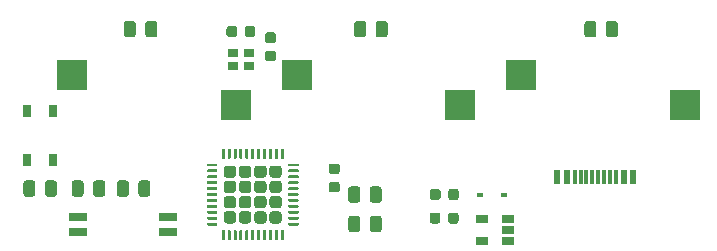
<source format=gbr>
%TF.GenerationSoftware,KiCad,Pcbnew,(5.1.9)-1*%
%TF.CreationDate,2021-04-12T14:13:55+08:00*%
%TF.ProjectId,HDSP_StatTrak,48445350-5f53-4746-9174-5472616b2e6b,rev?*%
%TF.SameCoordinates,Original*%
%TF.FileFunction,Paste,Top*%
%TF.FilePolarity,Positive*%
%FSLAX46Y46*%
G04 Gerber Fmt 4.6, Leading zero omitted, Abs format (unit mm)*
G04 Created by KiCad (PCBNEW (5.1.9)-1) date 2021-04-12 14:13:55*
%MOMM*%
%LPD*%
G01*
G04 APERTURE LIST*
%ADD10R,2.550000X2.500000*%
%ADD11R,1.600000X0.760000*%
%ADD12R,0.650000X1.050000*%
%ADD13R,1.060000X0.650000*%
%ADD14R,0.600000X1.160000*%
%ADD15R,0.300000X1.160000*%
%ADD16R,0.600000X0.450000*%
%ADD17R,0.900000X0.800000*%
G04 APERTURE END LIST*
D10*
%TO.C,SW2*%
X141060000Y-82460000D03*
X127210000Y-79920000D03*
%TD*%
%TO.C,R8*%
G36*
G01*
X94012500Y-89049998D02*
X94012500Y-89950002D01*
G75*
G02*
X93762502Y-90200000I-249998J0D01*
G01*
X93237498Y-90200000D01*
G75*
G02*
X92987500Y-89950002I0J249998D01*
G01*
X92987500Y-89049998D01*
G75*
G02*
X93237498Y-88800000I249998J0D01*
G01*
X93762502Y-88800000D01*
G75*
G02*
X94012500Y-89049998I0J-249998D01*
G01*
G37*
G36*
G01*
X95837500Y-89049998D02*
X95837500Y-89950002D01*
G75*
G02*
X95587502Y-90200000I-249998J0D01*
G01*
X95062498Y-90200000D01*
G75*
G02*
X94812500Y-89950002I0J249998D01*
G01*
X94812500Y-89049998D01*
G75*
G02*
X95062498Y-88800000I249998J0D01*
G01*
X95587502Y-88800000D01*
G75*
G02*
X95837500Y-89049998I0J-249998D01*
G01*
G37*
%TD*%
%TO.C,R6*%
G36*
G01*
X90987500Y-89950002D02*
X90987500Y-89049998D01*
G75*
G02*
X91237498Y-88800000I249998J0D01*
G01*
X91762502Y-88800000D01*
G75*
G02*
X92012500Y-89049998I0J-249998D01*
G01*
X92012500Y-89950002D01*
G75*
G02*
X91762502Y-90200000I-249998J0D01*
G01*
X91237498Y-90200000D01*
G75*
G02*
X90987500Y-89950002I0J249998D01*
G01*
G37*
G36*
G01*
X89162500Y-89950002D02*
X89162500Y-89049998D01*
G75*
G02*
X89412498Y-88800000I249998J0D01*
G01*
X89937502Y-88800000D01*
G75*
G02*
X90187500Y-89049998I0J-249998D01*
G01*
X90187500Y-89950002D01*
G75*
G02*
X89937502Y-90200000I-249998J0D01*
G01*
X89412498Y-90200000D01*
G75*
G02*
X89162500Y-89950002I0J249998D01*
G01*
G37*
%TD*%
D11*
%TO.C,SW5*%
X97310000Y-91865000D03*
X89690000Y-93135000D03*
X97310000Y-93135000D03*
X89690000Y-91865000D03*
%TD*%
D10*
%TO.C,SW3*%
X122060000Y-82460000D03*
X108210000Y-79920000D03*
%TD*%
%TO.C,SW1*%
X89210000Y-79920000D03*
X103060000Y-82460000D03*
%TD*%
%TO.C,R4*%
G36*
G01*
X114900000Y-76450002D02*
X114900000Y-75549998D01*
G75*
G02*
X115149998Y-75300000I249998J0D01*
G01*
X115675002Y-75300000D01*
G75*
G02*
X115925000Y-75549998I0J-249998D01*
G01*
X115925000Y-76450002D01*
G75*
G02*
X115675002Y-76700000I-249998J0D01*
G01*
X115149998Y-76700000D01*
G75*
G02*
X114900000Y-76450002I0J249998D01*
G01*
G37*
G36*
G01*
X113075000Y-76450002D02*
X113075000Y-75549998D01*
G75*
G02*
X113324998Y-75300000I249998J0D01*
G01*
X113850002Y-75300000D01*
G75*
G02*
X114100000Y-75549998I0J-249998D01*
G01*
X114100000Y-76450002D01*
G75*
G02*
X113850002Y-76700000I-249998J0D01*
G01*
X113324998Y-76700000D01*
G75*
G02*
X113075000Y-76450002I0J249998D01*
G01*
G37*
%TD*%
%TO.C,R3*%
G36*
G01*
X134400000Y-76450002D02*
X134400000Y-75549998D01*
G75*
G02*
X134649998Y-75300000I249998J0D01*
G01*
X135175002Y-75300000D01*
G75*
G02*
X135425000Y-75549998I0J-249998D01*
G01*
X135425000Y-76450002D01*
G75*
G02*
X135175002Y-76700000I-249998J0D01*
G01*
X134649998Y-76700000D01*
G75*
G02*
X134400000Y-76450002I0J249998D01*
G01*
G37*
G36*
G01*
X132575000Y-76450002D02*
X132575000Y-75549998D01*
G75*
G02*
X132824998Y-75300000I249998J0D01*
G01*
X133350002Y-75300000D01*
G75*
G02*
X133600000Y-75549998I0J-249998D01*
G01*
X133600000Y-76450002D01*
G75*
G02*
X133350002Y-76700000I-249998J0D01*
G01*
X132824998Y-76700000D01*
G75*
G02*
X132575000Y-76450002I0J249998D01*
G01*
G37*
%TD*%
%TO.C,R1*%
G36*
G01*
X95400000Y-76450002D02*
X95400000Y-75549998D01*
G75*
G02*
X95649998Y-75300000I249998J0D01*
G01*
X96175002Y-75300000D01*
G75*
G02*
X96425000Y-75549998I0J-249998D01*
G01*
X96425000Y-76450002D01*
G75*
G02*
X96175002Y-76700000I-249998J0D01*
G01*
X95649998Y-76700000D01*
G75*
G02*
X95400000Y-76450002I0J249998D01*
G01*
G37*
G36*
G01*
X93575000Y-76450002D02*
X93575000Y-75549998D01*
G75*
G02*
X93824998Y-75300000I249998J0D01*
G01*
X94350002Y-75300000D01*
G75*
G02*
X94600000Y-75549998I0J-249998D01*
G01*
X94600000Y-76450002D01*
G75*
G02*
X94350002Y-76700000I-249998J0D01*
G01*
X93824998Y-76700000D01*
G75*
G02*
X93575000Y-76450002I0J249998D01*
G01*
G37*
%TD*%
D12*
%TO.C,SW4*%
X87575000Y-82925000D03*
X87575000Y-87075000D03*
X85425000Y-82925000D03*
X85425000Y-87075000D03*
%TD*%
D13*
%TO.C,U1*%
X123900000Y-93950000D03*
X123900000Y-92050000D03*
X126100000Y-92050000D03*
X126100000Y-93000000D03*
X126100000Y-93950000D03*
%TD*%
%TO.C,R7*%
G36*
G01*
X114400000Y-90450002D02*
X114400000Y-89549998D01*
G75*
G02*
X114649998Y-89300000I249998J0D01*
G01*
X115175002Y-89300000D01*
G75*
G02*
X115425000Y-89549998I0J-249998D01*
G01*
X115425000Y-90450002D01*
G75*
G02*
X115175002Y-90700000I-249998J0D01*
G01*
X114649998Y-90700000D01*
G75*
G02*
X114400000Y-90450002I0J249998D01*
G01*
G37*
G36*
G01*
X112575000Y-90450002D02*
X112575000Y-89549998D01*
G75*
G02*
X112824998Y-89300000I249998J0D01*
G01*
X113350002Y-89300000D01*
G75*
G02*
X113600000Y-89549998I0J-249998D01*
G01*
X113600000Y-90450002D01*
G75*
G02*
X113350002Y-90700000I-249998J0D01*
G01*
X112824998Y-90700000D01*
G75*
G02*
X112575000Y-90450002I0J249998D01*
G01*
G37*
%TD*%
%TO.C,R5*%
G36*
G01*
X114400000Y-92950002D02*
X114400000Y-92049998D01*
G75*
G02*
X114649998Y-91800000I249998J0D01*
G01*
X115175002Y-91800000D01*
G75*
G02*
X115425000Y-92049998I0J-249998D01*
G01*
X115425000Y-92950002D01*
G75*
G02*
X115175002Y-93200000I-249998J0D01*
G01*
X114649998Y-93200000D01*
G75*
G02*
X114400000Y-92950002I0J249998D01*
G01*
G37*
G36*
G01*
X112575000Y-92950002D02*
X112575000Y-92049998D01*
G75*
G02*
X112824998Y-91800000I249998J0D01*
G01*
X113350002Y-91800000D01*
G75*
G02*
X113600000Y-92049998I0J-249998D01*
G01*
X113600000Y-92950002D01*
G75*
G02*
X113350002Y-93200000I-249998J0D01*
G01*
X112824998Y-93200000D01*
G75*
G02*
X112575000Y-92950002I0J249998D01*
G01*
G37*
%TD*%
%TO.C,R2*%
G36*
G01*
X86100000Y-89049998D02*
X86100000Y-89950002D01*
G75*
G02*
X85850002Y-90200000I-249998J0D01*
G01*
X85324998Y-90200000D01*
G75*
G02*
X85075000Y-89950002I0J249998D01*
G01*
X85075000Y-89049998D01*
G75*
G02*
X85324998Y-88800000I249998J0D01*
G01*
X85850002Y-88800000D01*
G75*
G02*
X86100000Y-89049998I0J-249998D01*
G01*
G37*
G36*
G01*
X87925000Y-89049998D02*
X87925000Y-89950002D01*
G75*
G02*
X87675002Y-90200000I-249998J0D01*
G01*
X87149998Y-90200000D01*
G75*
G02*
X86900000Y-89950002I0J249998D01*
G01*
X86900000Y-89049998D01*
G75*
G02*
X87149998Y-88800000I249998J0D01*
G01*
X87675002Y-88800000D01*
G75*
G02*
X87925000Y-89049998I0J-249998D01*
G01*
G37*
%TD*%
%TO.C,MCU1*%
G36*
G01*
X103085000Y-87795000D02*
X103085000Y-88335000D01*
G75*
G02*
X102835000Y-88585000I-250000J0D01*
G01*
X102295000Y-88585000D01*
G75*
G02*
X102045000Y-88335000I0J250000D01*
G01*
X102045000Y-87795000D01*
G75*
G02*
X102295000Y-87545000I250000J0D01*
G01*
X102835000Y-87545000D01*
G75*
G02*
X103085000Y-87795000I0J-250000D01*
G01*
G37*
G36*
G01*
X103085000Y-89085000D02*
X103085000Y-89625000D01*
G75*
G02*
X102835000Y-89875000I-250000J0D01*
G01*
X102295000Y-89875000D01*
G75*
G02*
X102045000Y-89625000I0J250000D01*
G01*
X102045000Y-89085000D01*
G75*
G02*
X102295000Y-88835000I250000J0D01*
G01*
X102835000Y-88835000D01*
G75*
G02*
X103085000Y-89085000I0J-250000D01*
G01*
G37*
G36*
G01*
X103085000Y-90375000D02*
X103085000Y-90915000D01*
G75*
G02*
X102835000Y-91165000I-250000J0D01*
G01*
X102295000Y-91165000D01*
G75*
G02*
X102045000Y-90915000I0J250000D01*
G01*
X102045000Y-90375000D01*
G75*
G02*
X102295000Y-90125000I250000J0D01*
G01*
X102835000Y-90125000D01*
G75*
G02*
X103085000Y-90375000I0J-250000D01*
G01*
G37*
G36*
G01*
X103085000Y-91665000D02*
X103085000Y-92205000D01*
G75*
G02*
X102835000Y-92455000I-250000J0D01*
G01*
X102295000Y-92455000D01*
G75*
G02*
X102045000Y-92205000I0J250000D01*
G01*
X102045000Y-91665000D01*
G75*
G02*
X102295000Y-91415000I250000J0D01*
G01*
X102835000Y-91415000D01*
G75*
G02*
X103085000Y-91665000I0J-250000D01*
G01*
G37*
G36*
G01*
X104375000Y-87795000D02*
X104375000Y-88335000D01*
G75*
G02*
X104125000Y-88585000I-250000J0D01*
G01*
X103585000Y-88585000D01*
G75*
G02*
X103335000Y-88335000I0J250000D01*
G01*
X103335000Y-87795000D01*
G75*
G02*
X103585000Y-87545000I250000J0D01*
G01*
X104125000Y-87545000D01*
G75*
G02*
X104375000Y-87795000I0J-250000D01*
G01*
G37*
G36*
G01*
X104375000Y-89085000D02*
X104375000Y-89625000D01*
G75*
G02*
X104125000Y-89875000I-250000J0D01*
G01*
X103585000Y-89875000D01*
G75*
G02*
X103335000Y-89625000I0J250000D01*
G01*
X103335000Y-89085000D01*
G75*
G02*
X103585000Y-88835000I250000J0D01*
G01*
X104125000Y-88835000D01*
G75*
G02*
X104375000Y-89085000I0J-250000D01*
G01*
G37*
G36*
G01*
X104375000Y-90375000D02*
X104375000Y-90915000D01*
G75*
G02*
X104125000Y-91165000I-250000J0D01*
G01*
X103585000Y-91165000D01*
G75*
G02*
X103335000Y-90915000I0J250000D01*
G01*
X103335000Y-90375000D01*
G75*
G02*
X103585000Y-90125000I250000J0D01*
G01*
X104125000Y-90125000D01*
G75*
G02*
X104375000Y-90375000I0J-250000D01*
G01*
G37*
G36*
G01*
X104375000Y-91665000D02*
X104375000Y-92205000D01*
G75*
G02*
X104125000Y-92455000I-250000J0D01*
G01*
X103585000Y-92455000D01*
G75*
G02*
X103335000Y-92205000I0J250000D01*
G01*
X103335000Y-91665000D01*
G75*
G02*
X103585000Y-91415000I250000J0D01*
G01*
X104125000Y-91415000D01*
G75*
G02*
X104375000Y-91665000I0J-250000D01*
G01*
G37*
G36*
G01*
X105665000Y-87795000D02*
X105665000Y-88335000D01*
G75*
G02*
X105415000Y-88585000I-250000J0D01*
G01*
X104875000Y-88585000D01*
G75*
G02*
X104625000Y-88335000I0J250000D01*
G01*
X104625000Y-87795000D01*
G75*
G02*
X104875000Y-87545000I250000J0D01*
G01*
X105415000Y-87545000D01*
G75*
G02*
X105665000Y-87795000I0J-250000D01*
G01*
G37*
G36*
G01*
X105665000Y-89085000D02*
X105665000Y-89625000D01*
G75*
G02*
X105415000Y-89875000I-250000J0D01*
G01*
X104875000Y-89875000D01*
G75*
G02*
X104625000Y-89625000I0J250000D01*
G01*
X104625000Y-89085000D01*
G75*
G02*
X104875000Y-88835000I250000J0D01*
G01*
X105415000Y-88835000D01*
G75*
G02*
X105665000Y-89085000I0J-250000D01*
G01*
G37*
G36*
G01*
X105665000Y-90375000D02*
X105665000Y-90915000D01*
G75*
G02*
X105415000Y-91165000I-250000J0D01*
G01*
X104875000Y-91165000D01*
G75*
G02*
X104625000Y-90915000I0J250000D01*
G01*
X104625000Y-90375000D01*
G75*
G02*
X104875000Y-90125000I250000J0D01*
G01*
X105415000Y-90125000D01*
G75*
G02*
X105665000Y-90375000I0J-250000D01*
G01*
G37*
G36*
G01*
X105665000Y-91665000D02*
X105665000Y-92205000D01*
G75*
G02*
X105415000Y-92455000I-250000J0D01*
G01*
X104875000Y-92455000D01*
G75*
G02*
X104625000Y-92205000I0J250000D01*
G01*
X104625000Y-91665000D01*
G75*
G02*
X104875000Y-91415000I250000J0D01*
G01*
X105415000Y-91415000D01*
G75*
G02*
X105665000Y-91665000I0J-250000D01*
G01*
G37*
G36*
G01*
X106955000Y-87795000D02*
X106955000Y-88335000D01*
G75*
G02*
X106705000Y-88585000I-250000J0D01*
G01*
X106165000Y-88585000D01*
G75*
G02*
X105915000Y-88335000I0J250000D01*
G01*
X105915000Y-87795000D01*
G75*
G02*
X106165000Y-87545000I250000J0D01*
G01*
X106705000Y-87545000D01*
G75*
G02*
X106955000Y-87795000I0J-250000D01*
G01*
G37*
G36*
G01*
X106955000Y-89085000D02*
X106955000Y-89625000D01*
G75*
G02*
X106705000Y-89875000I-250000J0D01*
G01*
X106165000Y-89875000D01*
G75*
G02*
X105915000Y-89625000I0J250000D01*
G01*
X105915000Y-89085000D01*
G75*
G02*
X106165000Y-88835000I250000J0D01*
G01*
X106705000Y-88835000D01*
G75*
G02*
X106955000Y-89085000I0J-250000D01*
G01*
G37*
G36*
G01*
X106955000Y-90375000D02*
X106955000Y-90915000D01*
G75*
G02*
X106705000Y-91165000I-250000J0D01*
G01*
X106165000Y-91165000D01*
G75*
G02*
X105915000Y-90915000I0J250000D01*
G01*
X105915000Y-90375000D01*
G75*
G02*
X106165000Y-90125000I250000J0D01*
G01*
X106705000Y-90125000D01*
G75*
G02*
X106955000Y-90375000I0J-250000D01*
G01*
G37*
G36*
G01*
X106955000Y-91665000D02*
X106955000Y-92205000D01*
G75*
G02*
X106705000Y-92455000I-250000J0D01*
G01*
X106165000Y-92455000D01*
G75*
G02*
X105915000Y-92205000I0J250000D01*
G01*
X105915000Y-91665000D01*
G75*
G02*
X106165000Y-91415000I250000J0D01*
G01*
X106705000Y-91415000D01*
G75*
G02*
X106955000Y-91665000I0J-250000D01*
G01*
G37*
G36*
G01*
X107125000Y-93062500D02*
X107125000Y-93812500D01*
G75*
G02*
X107062500Y-93875000I-62500J0D01*
G01*
X106937500Y-93875000D01*
G75*
G02*
X106875000Y-93812500I0J62500D01*
G01*
X106875000Y-93062500D01*
G75*
G02*
X106937500Y-93000000I62500J0D01*
G01*
X107062500Y-93000000D01*
G75*
G02*
X107125000Y-93062500I0J-62500D01*
G01*
G37*
G36*
G01*
X106625000Y-93062500D02*
X106625000Y-93812500D01*
G75*
G02*
X106562500Y-93875000I-62500J0D01*
G01*
X106437500Y-93875000D01*
G75*
G02*
X106375000Y-93812500I0J62500D01*
G01*
X106375000Y-93062500D01*
G75*
G02*
X106437500Y-93000000I62500J0D01*
G01*
X106562500Y-93000000D01*
G75*
G02*
X106625000Y-93062500I0J-62500D01*
G01*
G37*
G36*
G01*
X106125000Y-93062500D02*
X106125000Y-93812500D01*
G75*
G02*
X106062500Y-93875000I-62500J0D01*
G01*
X105937500Y-93875000D01*
G75*
G02*
X105875000Y-93812500I0J62500D01*
G01*
X105875000Y-93062500D01*
G75*
G02*
X105937500Y-93000000I62500J0D01*
G01*
X106062500Y-93000000D01*
G75*
G02*
X106125000Y-93062500I0J-62500D01*
G01*
G37*
G36*
G01*
X105625000Y-93062500D02*
X105625000Y-93812500D01*
G75*
G02*
X105562500Y-93875000I-62500J0D01*
G01*
X105437500Y-93875000D01*
G75*
G02*
X105375000Y-93812500I0J62500D01*
G01*
X105375000Y-93062500D01*
G75*
G02*
X105437500Y-93000000I62500J0D01*
G01*
X105562500Y-93000000D01*
G75*
G02*
X105625000Y-93062500I0J-62500D01*
G01*
G37*
G36*
G01*
X105125000Y-93062500D02*
X105125000Y-93812500D01*
G75*
G02*
X105062500Y-93875000I-62500J0D01*
G01*
X104937500Y-93875000D01*
G75*
G02*
X104875000Y-93812500I0J62500D01*
G01*
X104875000Y-93062500D01*
G75*
G02*
X104937500Y-93000000I62500J0D01*
G01*
X105062500Y-93000000D01*
G75*
G02*
X105125000Y-93062500I0J-62500D01*
G01*
G37*
G36*
G01*
X104625000Y-93062500D02*
X104625000Y-93812500D01*
G75*
G02*
X104562500Y-93875000I-62500J0D01*
G01*
X104437500Y-93875000D01*
G75*
G02*
X104375000Y-93812500I0J62500D01*
G01*
X104375000Y-93062500D01*
G75*
G02*
X104437500Y-93000000I62500J0D01*
G01*
X104562500Y-93000000D01*
G75*
G02*
X104625000Y-93062500I0J-62500D01*
G01*
G37*
G36*
G01*
X104125000Y-93062500D02*
X104125000Y-93812500D01*
G75*
G02*
X104062500Y-93875000I-62500J0D01*
G01*
X103937500Y-93875000D01*
G75*
G02*
X103875000Y-93812500I0J62500D01*
G01*
X103875000Y-93062500D01*
G75*
G02*
X103937500Y-93000000I62500J0D01*
G01*
X104062500Y-93000000D01*
G75*
G02*
X104125000Y-93062500I0J-62500D01*
G01*
G37*
G36*
G01*
X103625000Y-93062500D02*
X103625000Y-93812500D01*
G75*
G02*
X103562500Y-93875000I-62500J0D01*
G01*
X103437500Y-93875000D01*
G75*
G02*
X103375000Y-93812500I0J62500D01*
G01*
X103375000Y-93062500D01*
G75*
G02*
X103437500Y-93000000I62500J0D01*
G01*
X103562500Y-93000000D01*
G75*
G02*
X103625000Y-93062500I0J-62500D01*
G01*
G37*
G36*
G01*
X103125000Y-93062500D02*
X103125000Y-93812500D01*
G75*
G02*
X103062500Y-93875000I-62500J0D01*
G01*
X102937500Y-93875000D01*
G75*
G02*
X102875000Y-93812500I0J62500D01*
G01*
X102875000Y-93062500D01*
G75*
G02*
X102937500Y-93000000I62500J0D01*
G01*
X103062500Y-93000000D01*
G75*
G02*
X103125000Y-93062500I0J-62500D01*
G01*
G37*
G36*
G01*
X102625000Y-93062500D02*
X102625000Y-93812500D01*
G75*
G02*
X102562500Y-93875000I-62500J0D01*
G01*
X102437500Y-93875000D01*
G75*
G02*
X102375000Y-93812500I0J62500D01*
G01*
X102375000Y-93062500D01*
G75*
G02*
X102437500Y-93000000I62500J0D01*
G01*
X102562500Y-93000000D01*
G75*
G02*
X102625000Y-93062500I0J-62500D01*
G01*
G37*
G36*
G01*
X102125000Y-93062500D02*
X102125000Y-93812500D01*
G75*
G02*
X102062500Y-93875000I-62500J0D01*
G01*
X101937500Y-93875000D01*
G75*
G02*
X101875000Y-93812500I0J62500D01*
G01*
X101875000Y-93062500D01*
G75*
G02*
X101937500Y-93000000I62500J0D01*
G01*
X102062500Y-93000000D01*
G75*
G02*
X102125000Y-93062500I0J-62500D01*
G01*
G37*
G36*
G01*
X101500000Y-92437500D02*
X101500000Y-92562500D01*
G75*
G02*
X101437500Y-92625000I-62500J0D01*
G01*
X100687500Y-92625000D01*
G75*
G02*
X100625000Y-92562500I0J62500D01*
G01*
X100625000Y-92437500D01*
G75*
G02*
X100687500Y-92375000I62500J0D01*
G01*
X101437500Y-92375000D01*
G75*
G02*
X101500000Y-92437500I0J-62500D01*
G01*
G37*
G36*
G01*
X101500000Y-91937500D02*
X101500000Y-92062500D01*
G75*
G02*
X101437500Y-92125000I-62500J0D01*
G01*
X100687500Y-92125000D01*
G75*
G02*
X100625000Y-92062500I0J62500D01*
G01*
X100625000Y-91937500D01*
G75*
G02*
X100687500Y-91875000I62500J0D01*
G01*
X101437500Y-91875000D01*
G75*
G02*
X101500000Y-91937500I0J-62500D01*
G01*
G37*
G36*
G01*
X101500000Y-91437500D02*
X101500000Y-91562500D01*
G75*
G02*
X101437500Y-91625000I-62500J0D01*
G01*
X100687500Y-91625000D01*
G75*
G02*
X100625000Y-91562500I0J62500D01*
G01*
X100625000Y-91437500D01*
G75*
G02*
X100687500Y-91375000I62500J0D01*
G01*
X101437500Y-91375000D01*
G75*
G02*
X101500000Y-91437500I0J-62500D01*
G01*
G37*
G36*
G01*
X101500000Y-90937500D02*
X101500000Y-91062500D01*
G75*
G02*
X101437500Y-91125000I-62500J0D01*
G01*
X100687500Y-91125000D01*
G75*
G02*
X100625000Y-91062500I0J62500D01*
G01*
X100625000Y-90937500D01*
G75*
G02*
X100687500Y-90875000I62500J0D01*
G01*
X101437500Y-90875000D01*
G75*
G02*
X101500000Y-90937500I0J-62500D01*
G01*
G37*
G36*
G01*
X101500000Y-90437500D02*
X101500000Y-90562500D01*
G75*
G02*
X101437500Y-90625000I-62500J0D01*
G01*
X100687500Y-90625000D01*
G75*
G02*
X100625000Y-90562500I0J62500D01*
G01*
X100625000Y-90437500D01*
G75*
G02*
X100687500Y-90375000I62500J0D01*
G01*
X101437500Y-90375000D01*
G75*
G02*
X101500000Y-90437500I0J-62500D01*
G01*
G37*
G36*
G01*
X101500000Y-89937500D02*
X101500000Y-90062500D01*
G75*
G02*
X101437500Y-90125000I-62500J0D01*
G01*
X100687500Y-90125000D01*
G75*
G02*
X100625000Y-90062500I0J62500D01*
G01*
X100625000Y-89937500D01*
G75*
G02*
X100687500Y-89875000I62500J0D01*
G01*
X101437500Y-89875000D01*
G75*
G02*
X101500000Y-89937500I0J-62500D01*
G01*
G37*
G36*
G01*
X101500000Y-89437500D02*
X101500000Y-89562500D01*
G75*
G02*
X101437500Y-89625000I-62500J0D01*
G01*
X100687500Y-89625000D01*
G75*
G02*
X100625000Y-89562500I0J62500D01*
G01*
X100625000Y-89437500D01*
G75*
G02*
X100687500Y-89375000I62500J0D01*
G01*
X101437500Y-89375000D01*
G75*
G02*
X101500000Y-89437500I0J-62500D01*
G01*
G37*
G36*
G01*
X101500000Y-88937500D02*
X101500000Y-89062500D01*
G75*
G02*
X101437500Y-89125000I-62500J0D01*
G01*
X100687500Y-89125000D01*
G75*
G02*
X100625000Y-89062500I0J62500D01*
G01*
X100625000Y-88937500D01*
G75*
G02*
X100687500Y-88875000I62500J0D01*
G01*
X101437500Y-88875000D01*
G75*
G02*
X101500000Y-88937500I0J-62500D01*
G01*
G37*
G36*
G01*
X101500000Y-88437500D02*
X101500000Y-88562500D01*
G75*
G02*
X101437500Y-88625000I-62500J0D01*
G01*
X100687500Y-88625000D01*
G75*
G02*
X100625000Y-88562500I0J62500D01*
G01*
X100625000Y-88437500D01*
G75*
G02*
X100687500Y-88375000I62500J0D01*
G01*
X101437500Y-88375000D01*
G75*
G02*
X101500000Y-88437500I0J-62500D01*
G01*
G37*
G36*
G01*
X101500000Y-87937500D02*
X101500000Y-88062500D01*
G75*
G02*
X101437500Y-88125000I-62500J0D01*
G01*
X100687500Y-88125000D01*
G75*
G02*
X100625000Y-88062500I0J62500D01*
G01*
X100625000Y-87937500D01*
G75*
G02*
X100687500Y-87875000I62500J0D01*
G01*
X101437500Y-87875000D01*
G75*
G02*
X101500000Y-87937500I0J-62500D01*
G01*
G37*
G36*
G01*
X101500000Y-87437500D02*
X101500000Y-87562500D01*
G75*
G02*
X101437500Y-87625000I-62500J0D01*
G01*
X100687500Y-87625000D01*
G75*
G02*
X100625000Y-87562500I0J62500D01*
G01*
X100625000Y-87437500D01*
G75*
G02*
X100687500Y-87375000I62500J0D01*
G01*
X101437500Y-87375000D01*
G75*
G02*
X101500000Y-87437500I0J-62500D01*
G01*
G37*
G36*
G01*
X102125000Y-86187500D02*
X102125000Y-86937500D01*
G75*
G02*
X102062500Y-87000000I-62500J0D01*
G01*
X101937500Y-87000000D01*
G75*
G02*
X101875000Y-86937500I0J62500D01*
G01*
X101875000Y-86187500D01*
G75*
G02*
X101937500Y-86125000I62500J0D01*
G01*
X102062500Y-86125000D01*
G75*
G02*
X102125000Y-86187500I0J-62500D01*
G01*
G37*
G36*
G01*
X102625000Y-86187500D02*
X102625000Y-86937500D01*
G75*
G02*
X102562500Y-87000000I-62500J0D01*
G01*
X102437500Y-87000000D01*
G75*
G02*
X102375000Y-86937500I0J62500D01*
G01*
X102375000Y-86187500D01*
G75*
G02*
X102437500Y-86125000I62500J0D01*
G01*
X102562500Y-86125000D01*
G75*
G02*
X102625000Y-86187500I0J-62500D01*
G01*
G37*
G36*
G01*
X103125000Y-86187500D02*
X103125000Y-86937500D01*
G75*
G02*
X103062500Y-87000000I-62500J0D01*
G01*
X102937500Y-87000000D01*
G75*
G02*
X102875000Y-86937500I0J62500D01*
G01*
X102875000Y-86187500D01*
G75*
G02*
X102937500Y-86125000I62500J0D01*
G01*
X103062500Y-86125000D01*
G75*
G02*
X103125000Y-86187500I0J-62500D01*
G01*
G37*
G36*
G01*
X103625000Y-86187500D02*
X103625000Y-86937500D01*
G75*
G02*
X103562500Y-87000000I-62500J0D01*
G01*
X103437500Y-87000000D01*
G75*
G02*
X103375000Y-86937500I0J62500D01*
G01*
X103375000Y-86187500D01*
G75*
G02*
X103437500Y-86125000I62500J0D01*
G01*
X103562500Y-86125000D01*
G75*
G02*
X103625000Y-86187500I0J-62500D01*
G01*
G37*
G36*
G01*
X104125000Y-86187500D02*
X104125000Y-86937500D01*
G75*
G02*
X104062500Y-87000000I-62500J0D01*
G01*
X103937500Y-87000000D01*
G75*
G02*
X103875000Y-86937500I0J62500D01*
G01*
X103875000Y-86187500D01*
G75*
G02*
X103937500Y-86125000I62500J0D01*
G01*
X104062500Y-86125000D01*
G75*
G02*
X104125000Y-86187500I0J-62500D01*
G01*
G37*
G36*
G01*
X104625000Y-86187500D02*
X104625000Y-86937500D01*
G75*
G02*
X104562500Y-87000000I-62500J0D01*
G01*
X104437500Y-87000000D01*
G75*
G02*
X104375000Y-86937500I0J62500D01*
G01*
X104375000Y-86187500D01*
G75*
G02*
X104437500Y-86125000I62500J0D01*
G01*
X104562500Y-86125000D01*
G75*
G02*
X104625000Y-86187500I0J-62500D01*
G01*
G37*
G36*
G01*
X105125000Y-86187500D02*
X105125000Y-86937500D01*
G75*
G02*
X105062500Y-87000000I-62500J0D01*
G01*
X104937500Y-87000000D01*
G75*
G02*
X104875000Y-86937500I0J62500D01*
G01*
X104875000Y-86187500D01*
G75*
G02*
X104937500Y-86125000I62500J0D01*
G01*
X105062500Y-86125000D01*
G75*
G02*
X105125000Y-86187500I0J-62500D01*
G01*
G37*
G36*
G01*
X105625000Y-86187500D02*
X105625000Y-86937500D01*
G75*
G02*
X105562500Y-87000000I-62500J0D01*
G01*
X105437500Y-87000000D01*
G75*
G02*
X105375000Y-86937500I0J62500D01*
G01*
X105375000Y-86187500D01*
G75*
G02*
X105437500Y-86125000I62500J0D01*
G01*
X105562500Y-86125000D01*
G75*
G02*
X105625000Y-86187500I0J-62500D01*
G01*
G37*
G36*
G01*
X106125000Y-86187500D02*
X106125000Y-86937500D01*
G75*
G02*
X106062500Y-87000000I-62500J0D01*
G01*
X105937500Y-87000000D01*
G75*
G02*
X105875000Y-86937500I0J62500D01*
G01*
X105875000Y-86187500D01*
G75*
G02*
X105937500Y-86125000I62500J0D01*
G01*
X106062500Y-86125000D01*
G75*
G02*
X106125000Y-86187500I0J-62500D01*
G01*
G37*
G36*
G01*
X106625000Y-86187500D02*
X106625000Y-86937500D01*
G75*
G02*
X106562500Y-87000000I-62500J0D01*
G01*
X106437500Y-87000000D01*
G75*
G02*
X106375000Y-86937500I0J62500D01*
G01*
X106375000Y-86187500D01*
G75*
G02*
X106437500Y-86125000I62500J0D01*
G01*
X106562500Y-86125000D01*
G75*
G02*
X106625000Y-86187500I0J-62500D01*
G01*
G37*
G36*
G01*
X107125000Y-86187500D02*
X107125000Y-86937500D01*
G75*
G02*
X107062500Y-87000000I-62500J0D01*
G01*
X106937500Y-87000000D01*
G75*
G02*
X106875000Y-86937500I0J62500D01*
G01*
X106875000Y-86187500D01*
G75*
G02*
X106937500Y-86125000I62500J0D01*
G01*
X107062500Y-86125000D01*
G75*
G02*
X107125000Y-86187500I0J-62500D01*
G01*
G37*
G36*
G01*
X108375000Y-87437500D02*
X108375000Y-87562500D01*
G75*
G02*
X108312500Y-87625000I-62500J0D01*
G01*
X107562500Y-87625000D01*
G75*
G02*
X107500000Y-87562500I0J62500D01*
G01*
X107500000Y-87437500D01*
G75*
G02*
X107562500Y-87375000I62500J0D01*
G01*
X108312500Y-87375000D01*
G75*
G02*
X108375000Y-87437500I0J-62500D01*
G01*
G37*
G36*
G01*
X108375000Y-87937500D02*
X108375000Y-88062500D01*
G75*
G02*
X108312500Y-88125000I-62500J0D01*
G01*
X107562500Y-88125000D01*
G75*
G02*
X107500000Y-88062500I0J62500D01*
G01*
X107500000Y-87937500D01*
G75*
G02*
X107562500Y-87875000I62500J0D01*
G01*
X108312500Y-87875000D01*
G75*
G02*
X108375000Y-87937500I0J-62500D01*
G01*
G37*
G36*
G01*
X108375000Y-88437500D02*
X108375000Y-88562500D01*
G75*
G02*
X108312500Y-88625000I-62500J0D01*
G01*
X107562500Y-88625000D01*
G75*
G02*
X107500000Y-88562500I0J62500D01*
G01*
X107500000Y-88437500D01*
G75*
G02*
X107562500Y-88375000I62500J0D01*
G01*
X108312500Y-88375000D01*
G75*
G02*
X108375000Y-88437500I0J-62500D01*
G01*
G37*
G36*
G01*
X108375000Y-88937500D02*
X108375000Y-89062500D01*
G75*
G02*
X108312500Y-89125000I-62500J0D01*
G01*
X107562500Y-89125000D01*
G75*
G02*
X107500000Y-89062500I0J62500D01*
G01*
X107500000Y-88937500D01*
G75*
G02*
X107562500Y-88875000I62500J0D01*
G01*
X108312500Y-88875000D01*
G75*
G02*
X108375000Y-88937500I0J-62500D01*
G01*
G37*
G36*
G01*
X108375000Y-89437500D02*
X108375000Y-89562500D01*
G75*
G02*
X108312500Y-89625000I-62500J0D01*
G01*
X107562500Y-89625000D01*
G75*
G02*
X107500000Y-89562500I0J62500D01*
G01*
X107500000Y-89437500D01*
G75*
G02*
X107562500Y-89375000I62500J0D01*
G01*
X108312500Y-89375000D01*
G75*
G02*
X108375000Y-89437500I0J-62500D01*
G01*
G37*
G36*
G01*
X108375000Y-89937500D02*
X108375000Y-90062500D01*
G75*
G02*
X108312500Y-90125000I-62500J0D01*
G01*
X107562500Y-90125000D01*
G75*
G02*
X107500000Y-90062500I0J62500D01*
G01*
X107500000Y-89937500D01*
G75*
G02*
X107562500Y-89875000I62500J0D01*
G01*
X108312500Y-89875000D01*
G75*
G02*
X108375000Y-89937500I0J-62500D01*
G01*
G37*
G36*
G01*
X108375000Y-90437500D02*
X108375000Y-90562500D01*
G75*
G02*
X108312500Y-90625000I-62500J0D01*
G01*
X107562500Y-90625000D01*
G75*
G02*
X107500000Y-90562500I0J62500D01*
G01*
X107500000Y-90437500D01*
G75*
G02*
X107562500Y-90375000I62500J0D01*
G01*
X108312500Y-90375000D01*
G75*
G02*
X108375000Y-90437500I0J-62500D01*
G01*
G37*
G36*
G01*
X108375000Y-90937500D02*
X108375000Y-91062500D01*
G75*
G02*
X108312500Y-91125000I-62500J0D01*
G01*
X107562500Y-91125000D01*
G75*
G02*
X107500000Y-91062500I0J62500D01*
G01*
X107500000Y-90937500D01*
G75*
G02*
X107562500Y-90875000I62500J0D01*
G01*
X108312500Y-90875000D01*
G75*
G02*
X108375000Y-90937500I0J-62500D01*
G01*
G37*
G36*
G01*
X108375000Y-91437500D02*
X108375000Y-91562500D01*
G75*
G02*
X108312500Y-91625000I-62500J0D01*
G01*
X107562500Y-91625000D01*
G75*
G02*
X107500000Y-91562500I0J62500D01*
G01*
X107500000Y-91437500D01*
G75*
G02*
X107562500Y-91375000I62500J0D01*
G01*
X108312500Y-91375000D01*
G75*
G02*
X108375000Y-91437500I0J-62500D01*
G01*
G37*
G36*
G01*
X108375000Y-91937500D02*
X108375000Y-92062500D01*
G75*
G02*
X108312500Y-92125000I-62500J0D01*
G01*
X107562500Y-92125000D01*
G75*
G02*
X107500000Y-92062500I0J62500D01*
G01*
X107500000Y-91937500D01*
G75*
G02*
X107562500Y-91875000I62500J0D01*
G01*
X108312500Y-91875000D01*
G75*
G02*
X108375000Y-91937500I0J-62500D01*
G01*
G37*
G36*
G01*
X108375000Y-92437500D02*
X108375000Y-92562500D01*
G75*
G02*
X108312500Y-92625000I-62500J0D01*
G01*
X107562500Y-92625000D01*
G75*
G02*
X107500000Y-92562500I0J62500D01*
G01*
X107500000Y-92437500D01*
G75*
G02*
X107562500Y-92375000I62500J0D01*
G01*
X108312500Y-92375000D01*
G75*
G02*
X108375000Y-92437500I0J-62500D01*
G01*
G37*
%TD*%
D14*
%TO.C,J1*%
X136700000Y-88490000D03*
X135900000Y-88490000D03*
X136700000Y-88490000D03*
X135900000Y-88490000D03*
X130300000Y-88490000D03*
X130300000Y-88490000D03*
X131100000Y-88490000D03*
X131100000Y-88490000D03*
D15*
X135250000Y-88490000D03*
X134250000Y-88490000D03*
X134750000Y-88490000D03*
X132250000Y-88490000D03*
X131750000Y-88490000D03*
X133750000Y-88490000D03*
X133250000Y-88490000D03*
X132750000Y-88490000D03*
%TD*%
D16*
%TO.C,D2*%
X123700000Y-90000000D03*
X125800000Y-90000000D03*
%TD*%
%TO.C,C19*%
G36*
G01*
X121950000Y-89750000D02*
X121950000Y-90250000D01*
G75*
G02*
X121725000Y-90475000I-225000J0D01*
G01*
X121275000Y-90475000D01*
G75*
G02*
X121050000Y-90250000I0J225000D01*
G01*
X121050000Y-89750000D01*
G75*
G02*
X121275000Y-89525000I225000J0D01*
G01*
X121725000Y-89525000D01*
G75*
G02*
X121950000Y-89750000I0J-225000D01*
G01*
G37*
G36*
G01*
X120400000Y-89750000D02*
X120400000Y-90250000D01*
G75*
G02*
X120175000Y-90475000I-225000J0D01*
G01*
X119725000Y-90475000D01*
G75*
G02*
X119500000Y-90250000I0J225000D01*
G01*
X119500000Y-89750000D01*
G75*
G02*
X119725000Y-89525000I225000J0D01*
G01*
X120175000Y-89525000D01*
G75*
G02*
X120400000Y-89750000I0J-225000D01*
G01*
G37*
%TD*%
%TO.C,C13*%
G36*
G01*
X121925000Y-91750000D02*
X121925000Y-92250000D01*
G75*
G02*
X121700000Y-92475000I-225000J0D01*
G01*
X121250000Y-92475000D01*
G75*
G02*
X121025000Y-92250000I0J225000D01*
G01*
X121025000Y-91750000D01*
G75*
G02*
X121250000Y-91525000I225000J0D01*
G01*
X121700000Y-91525000D01*
G75*
G02*
X121925000Y-91750000I0J-225000D01*
G01*
G37*
G36*
G01*
X120375000Y-91750000D02*
X120375000Y-92250000D01*
G75*
G02*
X120150000Y-92475000I-225000J0D01*
G01*
X119700000Y-92475000D01*
G75*
G02*
X119475000Y-92250000I0J225000D01*
G01*
X119475000Y-91750000D01*
G75*
G02*
X119700000Y-91525000I225000J0D01*
G01*
X120150000Y-91525000D01*
G75*
G02*
X120375000Y-91750000I0J-225000D01*
G01*
G37*
%TD*%
%TO.C,C4*%
G36*
G01*
X106250000Y-77175000D02*
X105750000Y-77175000D01*
G75*
G02*
X105525000Y-76950000I0J225000D01*
G01*
X105525000Y-76500000D01*
G75*
G02*
X105750000Y-76275000I225000J0D01*
G01*
X106250000Y-76275000D01*
G75*
G02*
X106475000Y-76500000I0J-225000D01*
G01*
X106475000Y-76950000D01*
G75*
G02*
X106250000Y-77175000I-225000J0D01*
G01*
G37*
G36*
G01*
X106250000Y-78725000D02*
X105750000Y-78725000D01*
G75*
G02*
X105525000Y-78500000I0J225000D01*
G01*
X105525000Y-78050000D01*
G75*
G02*
X105750000Y-77825000I225000J0D01*
G01*
X106250000Y-77825000D01*
G75*
G02*
X106475000Y-78050000I0J-225000D01*
G01*
X106475000Y-78500000D01*
G75*
G02*
X106250000Y-78725000I-225000J0D01*
G01*
G37*
%TD*%
%TO.C,C2*%
G36*
G01*
X103825000Y-76450000D02*
X103825000Y-75950000D01*
G75*
G02*
X104050000Y-75725000I225000J0D01*
G01*
X104500000Y-75725000D01*
G75*
G02*
X104725000Y-75950000I0J-225000D01*
G01*
X104725000Y-76450000D01*
G75*
G02*
X104500000Y-76675000I-225000J0D01*
G01*
X104050000Y-76675000D01*
G75*
G02*
X103825000Y-76450000I0J225000D01*
G01*
G37*
G36*
G01*
X102275000Y-76450000D02*
X102275000Y-75950000D01*
G75*
G02*
X102500000Y-75725000I225000J0D01*
G01*
X102950000Y-75725000D01*
G75*
G02*
X103175000Y-75950000I0J-225000D01*
G01*
X103175000Y-76450000D01*
G75*
G02*
X102950000Y-76675000I-225000J0D01*
G01*
X102500000Y-76675000D01*
G75*
G02*
X102275000Y-76450000I0J225000D01*
G01*
G37*
%TD*%
%TO.C,C1*%
G36*
G01*
X111150000Y-88925000D02*
X111650000Y-88925000D01*
G75*
G02*
X111875000Y-89150000I0J-225000D01*
G01*
X111875000Y-89600000D01*
G75*
G02*
X111650000Y-89825000I-225000J0D01*
G01*
X111150000Y-89825000D01*
G75*
G02*
X110925000Y-89600000I0J225000D01*
G01*
X110925000Y-89150000D01*
G75*
G02*
X111150000Y-88925000I225000J0D01*
G01*
G37*
G36*
G01*
X111150000Y-87375000D02*
X111650000Y-87375000D01*
G75*
G02*
X111875000Y-87600000I0J-225000D01*
G01*
X111875000Y-88050000D01*
G75*
G02*
X111650000Y-88275000I-225000J0D01*
G01*
X111150000Y-88275000D01*
G75*
G02*
X110925000Y-88050000I0J225000D01*
G01*
X110925000Y-87600000D01*
G75*
G02*
X111150000Y-87375000I225000J0D01*
G01*
G37*
%TD*%
D17*
%TO.C,16MHz1*%
X102800000Y-78050000D03*
X104200000Y-78050000D03*
X104200000Y-79150000D03*
X102800000Y-79150000D03*
%TD*%
M02*

</source>
